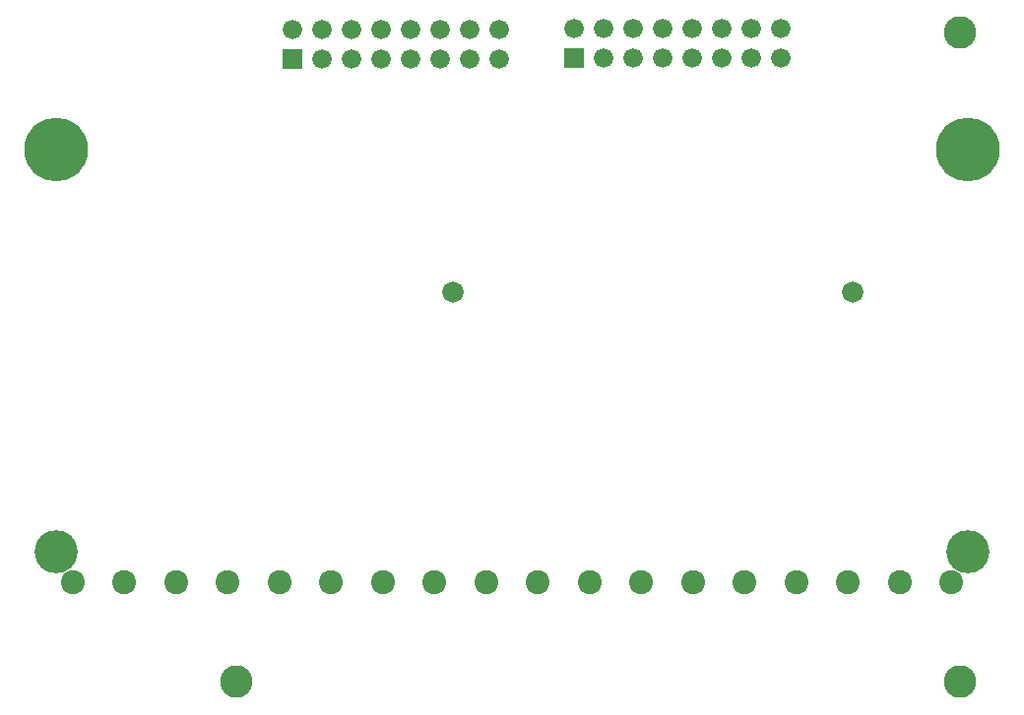
<source format=gbr>
G04 Title: RX Daughterboard, solder mask component side *
G04 Creator: pcb-bin 1.99p *
G04 CreationDate: Tue 01 Mar 2005 01:13:31 AM GMT UTC *
G04 For: matt *
G04 Format: Gerber/RS-274X *
G04 PCB-Dimensions: 330000 250000 *
G04 PCB-Coordinate-Origin: lower left *
%MOIN*%
%FSLAX24Y24*%
%IPPOS*%
%ADD11C,0.0400*%
%ADD12C,0.0250*%
%ADD13C,0.0450*%
%ADD14C,0.0080*%
%ADD15C,0.0280*%
%ADD16C,0.0100*%
%ADD17C,0.0300*%
%ADD18C,0.0600*%
%ADD19C,0.0240*%
%ADD20R,0.0240X0.0240*%
%ADD21R,0.0440X0.0440*%
%ADD22R,0.0300X0.0300*%
%ADD23C,0.0060*%
%ADD24R,0.0480X0.0480*%
%ADD25R,0.0680X0.0680*%
%ADD26R,0.0540X0.0540*%
%ADD27R,0.0970X0.0970*%
%ADD28R,0.1170X0.1170*%
%ADD29R,0.1030X0.1030*%
%ADD30C,0.0200*%
%ADD31R,0.0560X0.0560*%
%ADD32R,0.0860X0.0860*%
%ADD33R,0.0620X0.0620*%
%ADD34R,0.1220X0.1220*%
%ADD35R,0.1520X0.1520*%
%ADD36R,0.1280X0.1280*%
%ADD37R,0.0340X0.0340*%
%ADD38R,0.0640X0.0640*%
%ADD39R,0.0400X0.0400*%
%ADD40R,0.0200X0.0200*%
%ADD41C,0.0720*%
%ADD42C,0.0920X0.0720*%
%ADD43C,0.0920*%
%ADD44C,0.0340*%
%ADD45R,0.0600X0.0600*%
%ADD46R,0.0660X0.0660*%
%ADD47R,0.0900X0.0900X0.0600X0.0600*%
%ADD48R,0.0900X0.0900*%
%ADD49C,0.0660*%
%AMTHERM1*7,0,0,0.0900,0.0600,0.0100,45*%
%ADD50THERM1*%
%ADD51C,0.0900X0.0600*%
%ADD52C,0.0900*%
%ADD53C,0.0500*%
%ADD54R,0.0500X0.0500*%
%ADD55C,0.0750*%
%ADD56C,0.0810*%
%ADD57C,0.0950X0.0750*%
%ADD58C,0.0950*%
%ADD59C,0.0125*%
%AMTHERM2*7,0,0,0.0950,0.0750,0.0125,45*%
%ADD60THERM2*%
%ADD61C,0.1400*%
%ADD62C,0.1460*%
%ADD63C,0.1600X0.1400*%
%ADD64C,0.1600*%
%ADD65C,0.2100*%
%ADD66C,0.2160*%
%AMTHERM3*7,0,0,0.2300,0.2100,0.0500,45*%
%ADD67THERM3*%
%ADD68C,0.2300X0.2100*%
%ADD69C,0.2300*%
%ADD70C,0.0150*%
%ADD71C,0.1320*%
%ADD72C,0.1100*%
%ADD73C,0.1520*%
%ADD74C,0.1520X0.1320*%
%ADD75C,0.0610*%
%ADD76C,0.0610X0.0450*%
%ADD77C,0.0160*%
%AMTHERM4*7,0,0,0.0800,0.0600,0.0160,45*%
%ADD78THERM4*%
%ADD79C,0.0800*%
%ADD80C,0.0800X0.0600*%
%AMTHERM5*7,0,0,0.0800,0.0600,0.0125,45*%
%ADD81THERM5*%
%AMTHERM6*7,0,0,0.0600,0.0400,0.0100,45*%
%ADD82THERM6*%
%ADD83C,0.0600X0.0400*%
%ADD84C,0.0360*%
%ADD85C,0.0560*%
%ADD86C,0.0560X0.0360*%
%AMTHERM7*7,0,0,0.0560,0.0360,0.0080,45*%
%ADD87THERM7*%
%LNGROUP_1*%
%LPD*%
G01X0Y0D02*
G54D41*X14330Y14700D03*
X27873D03*
G54D46*X8900Y22600D03*
G54D49*Y23600D03*
X9900Y22600D03*
Y23600D03*
X10900Y22600D03*
Y23600D03*
X11900Y22600D03*
Y23600D03*
X12900Y22600D03*
Y23600D03*
X13900Y22600D03*
Y23600D03*
X14900Y22600D03*
Y23600D03*
X15900Y22600D03*
Y23600D03*
G54D46*X18450Y22650D03*
G54D49*Y23650D03*
X19450Y22650D03*
Y23650D03*
X20450Y22650D03*
Y23650D03*
X21450Y22650D03*
Y23650D03*
X22450Y22650D03*
Y23650D03*
X23450Y22650D03*
Y23650D03*
X24450Y22650D03*
Y23650D03*
X25450Y22650D03*
Y23650D03*
G54D56*X1470Y4870D03*
X3220D03*
X4970D03*
X6720D03*
X8470D03*
X10220D03*
X11970D03*
X13720D03*
X15470D03*
X17220D03*
X18970D03*
X20720D03*
X22470D03*
X24220D03*
X25970D03*
X27720D03*
X29470D03*
X31220D03*
G54D62*X910Y5890D03*
G54D66*Y19550D03*
X31780D03*
G54D62*Y5890D03*
G54D72*X7000Y1500D03*
X31500D03*
Y23500D03*
M02*

</source>
